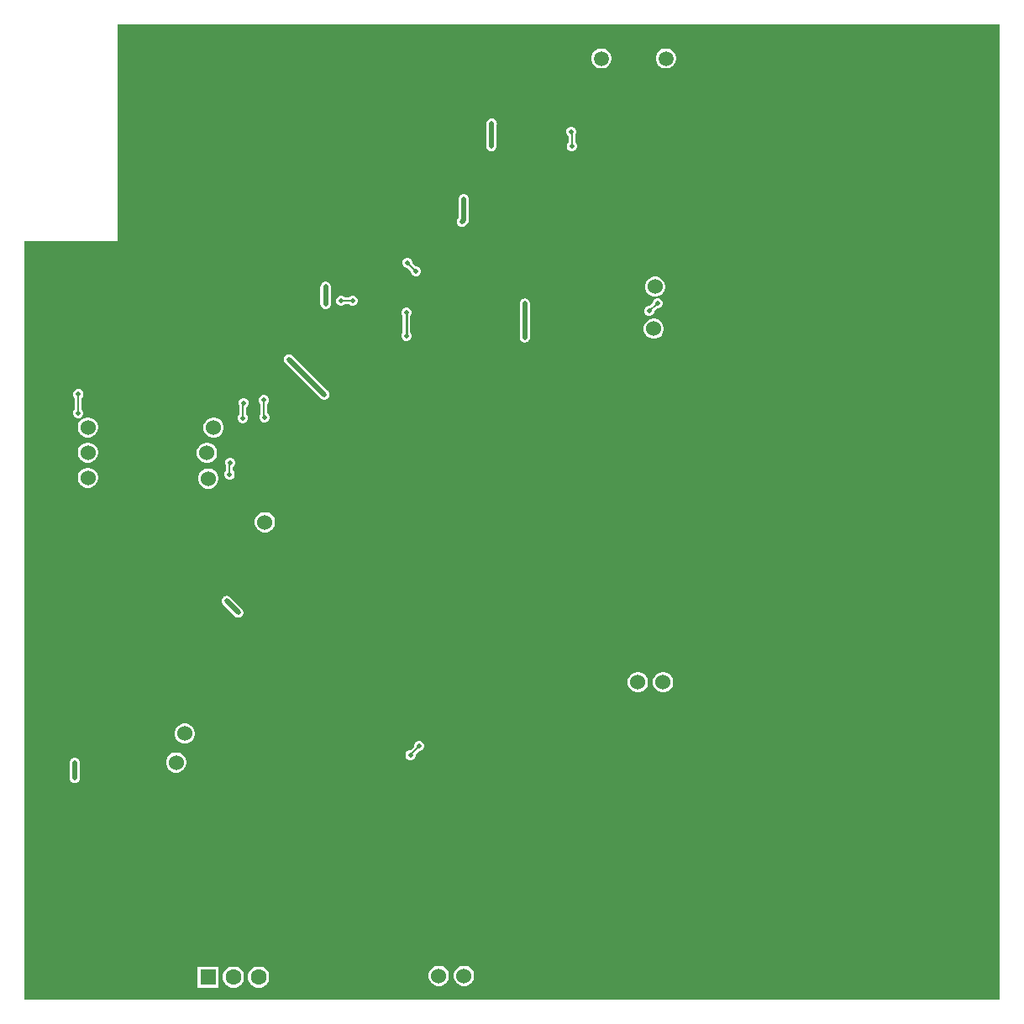
<source format=gbl>
G04*
G04 #@! TF.GenerationSoftware,Altium Limited,Altium Designer,24.1.2 (44)*
G04*
G04 Layer_Physical_Order=2*
G04 Layer_Color=16711680*
%FSLAX44Y44*%
%MOMM*%
G71*
G04*
G04 #@! TF.SameCoordinates,F17E1149-1677-4603-BC53-BAD2445CDC7D*
G04*
G04*
G04 #@! TF.FilePolarity,Positive*
G04*
G01*
G75*
%ADD15C,0.2540*%
%ADD114C,0.1524*%
%ADD115C,0.5080*%
%ADD122C,1.5240*%
%ADD123C,4.5720*%
%ADD124O,1.0000X1.6000*%
%ADD125C,1.5080*%
%ADD126R,1.5080X1.5080*%
%ADD127C,1.6000*%
%ADD128R,1.6000X1.6000*%
%ADD129C,0.5080*%
%ADD130C,1.2700*%
G36*
X986715Y3885D02*
X3885D01*
Y768604D01*
X98044D01*
Y986715D01*
X986715D01*
Y3885D01*
D02*
G37*
%LPC*%
G36*
X651797Y962580D02*
X649143D01*
X646579Y961893D01*
X644280Y960566D01*
X642404Y958689D01*
X641077Y956391D01*
X640390Y953827D01*
Y951173D01*
X641077Y948609D01*
X642404Y946311D01*
X644280Y944434D01*
X646579Y943107D01*
X649143Y942420D01*
X651797D01*
X654360Y943107D01*
X656659Y944434D01*
X658536Y946311D01*
X659863Y948609D01*
X660550Y951173D01*
Y953827D01*
X659863Y956391D01*
X658536Y958689D01*
X656659Y960566D01*
X654360Y961893D01*
X651797Y962580D01*
D02*
G37*
G36*
X586797D02*
X584143D01*
X581579Y961893D01*
X579281Y960566D01*
X577404Y958689D01*
X576077Y956391D01*
X575390Y953827D01*
Y951173D01*
X576077Y948609D01*
X577404Y946311D01*
X579281Y944434D01*
X581579Y943107D01*
X584143Y942420D01*
X586797D01*
X589361Y943107D01*
X591659Y944434D01*
X593536Y946311D01*
X594863Y948609D01*
X595550Y951173D01*
Y953827D01*
X594863Y956391D01*
X593536Y958689D01*
X591659Y960566D01*
X589361Y961893D01*
X586797Y962580D01*
D02*
G37*
G36*
X556255Y883666D02*
X554234D01*
X552366Y882893D01*
X550937Y881464D01*
X550164Y879596D01*
Y877576D01*
X550937Y875708D01*
X552131Y874514D01*
Y867925D01*
X551191Y866986D01*
X550418Y865118D01*
Y863098D01*
X551191Y861230D01*
X552620Y859801D01*
X554487Y859028D01*
X556508D01*
X558376Y859801D01*
X559805Y861230D01*
X560578Y863098D01*
Y865118D01*
X559805Y866986D01*
X558865Y867925D01*
Y875023D01*
X559551Y875708D01*
X560324Y877576D01*
Y879596D01*
X559551Y881464D01*
X558122Y882893D01*
X556255Y883666D01*
D02*
G37*
G36*
X474980Y892148D02*
X474480Y892048D01*
X473969D01*
X473498Y891853D01*
X472998Y891753D01*
X472574Y891470D01*
X472102Y891275D01*
X471742Y890914D01*
X471317Y890630D01*
X470810Y890123D01*
X469687Y888442D01*
X469292Y886460D01*
Y864108D01*
X469392Y863608D01*
Y863098D01*
X469587Y862626D01*
X469687Y862126D01*
X469970Y861702D01*
X470165Y861230D01*
X470526Y860870D01*
X470810Y860445D01*
X471234Y860162D01*
X471594Y859801D01*
X472066Y859606D01*
X472490Y859323D01*
X472990Y859223D01*
X473461Y859028D01*
X473972D01*
X474472Y858929D01*
X474972Y859028D01*
X475482D01*
X475954Y859223D01*
X476454Y859323D01*
X476878Y859606D01*
X477350Y859801D01*
X477710Y860162D01*
X478134Y860445D01*
X478418Y860870D01*
X478779Y861230D01*
X478974Y861702D01*
X479257Y862126D01*
X479357Y862626D01*
X479552Y863098D01*
Y863608D01*
X479651Y864108D01*
Y884816D01*
X479765Y884986D01*
X479865Y885486D01*
X480060Y885957D01*
Y886468D01*
X480159Y886968D01*
X480060Y887468D01*
Y887979D01*
X479865Y888450D01*
X479765Y888950D01*
X479482Y889374D01*
X479287Y889846D01*
X478926Y890206D01*
X478643Y890630D01*
X478218Y890914D01*
X477858Y891275D01*
X477386Y891470D01*
X476962Y891753D01*
X476462Y891853D01*
X475990Y892048D01*
X475480D01*
X474980Y892148D01*
D02*
G37*
G36*
X446786Y815947D02*
X446286Y815848D01*
X445775D01*
X445304Y815653D01*
X444804Y815553D01*
X444380Y815270D01*
X443908Y815075D01*
X443548Y814714D01*
X443124Y814430D01*
X442840Y814006D01*
X442479Y813646D01*
X442284Y813174D01*
X442001Y812750D01*
X441901Y812250D01*
X441706Y811778D01*
Y811268D01*
X441606Y810768D01*
Y792085D01*
X441091Y791571D01*
X440808Y791146D01*
X440447Y790786D01*
X440252Y790314D01*
X439969Y789890D01*
X439869Y789390D01*
X439674Y788919D01*
Y788408D01*
X439575Y787908D01*
X439674Y787408D01*
Y786898D01*
X439869Y786426D01*
X439969Y785926D01*
X440252Y785502D01*
X440447Y785030D01*
X440808Y784670D01*
X441091Y784246D01*
X441516Y783962D01*
X441876Y783601D01*
X442348Y783406D01*
X442772Y783123D01*
X443272Y783023D01*
X443744Y782828D01*
X444254D01*
X444754Y782729D01*
X445254Y782828D01*
X445765D01*
X446236Y783023D01*
X446736Y783123D01*
X447160Y783406D01*
X447632Y783601D01*
X447992Y783962D01*
X448416Y784246D01*
X450448Y786277D01*
X451571Y787958D01*
X451965Y789940D01*
Y810768D01*
X451866Y811268D01*
Y811778D01*
X451671Y812250D01*
X451571Y812750D01*
X451288Y813174D01*
X451093Y813646D01*
X450732Y814006D01*
X450448Y814430D01*
X450024Y814714D01*
X449664Y815075D01*
X449192Y815270D01*
X448768Y815553D01*
X448268Y815653D01*
X447797Y815848D01*
X447286D01*
X446786Y815947D01*
D02*
G37*
G36*
X390900Y751586D02*
X388880D01*
X387012Y750813D01*
X385583Y749384D01*
X384810Y747516D01*
Y745496D01*
X385583Y743628D01*
X387012Y742199D01*
X388880Y741426D01*
X390331D01*
X393568Y738189D01*
Y736982D01*
X394342Y735115D01*
X395771Y733686D01*
X397638Y732912D01*
X399659D01*
X401526Y733686D01*
X402955Y735115D01*
X403728Y736982D01*
Y739003D01*
X402955Y740870D01*
X401526Y742299D01*
X399659Y743072D01*
X398207D01*
X394970Y746310D01*
Y747516D01*
X394197Y749384D01*
X392768Y750813D01*
X390900Y751586D01*
D02*
G37*
G36*
X640952Y732705D02*
X638277D01*
X635693Y732013D01*
X633376Y730675D01*
X631484Y728784D01*
X630147Y726467D01*
X629454Y723883D01*
Y721208D01*
X630147Y718624D01*
X631484Y716307D01*
X633376Y714415D01*
X635693Y713078D01*
X638277Y712385D01*
X640952D01*
X643536Y713078D01*
X645853Y714415D01*
X647744Y716307D01*
X649082Y718624D01*
X649774Y721208D01*
Y723883D01*
X649082Y726467D01*
X647744Y728784D01*
X645853Y730675D01*
X643536Y732013D01*
X640952Y732705D01*
D02*
G37*
G36*
X335783Y713446D02*
X333761D01*
X331894Y712672D01*
X330643Y711421D01*
X327011D01*
X325966Y712466D01*
X324099Y713240D01*
X322077D01*
X320210Y712466D01*
X318781Y711037D01*
X318008Y709170D01*
Y707149D01*
X318781Y705282D01*
X320210Y703853D01*
X322077Y703080D01*
X324099D01*
X325966Y703853D01*
X326800Y704687D01*
X331266D01*
X331894Y704059D01*
X333761Y703286D01*
X335783D01*
X337650Y704059D01*
X339079Y705488D01*
X339852Y707355D01*
Y709376D01*
X339079Y711243D01*
X337650Y712672D01*
X335783Y713446D01*
D02*
G37*
G36*
X307472Y727555D02*
X306972Y727456D01*
X306462D01*
X305990Y727261D01*
X305490Y727161D01*
X305066Y726878D01*
X304594Y726683D01*
X304234Y726322D01*
X303810Y726039D01*
X303526Y725614D01*
X303165Y725254D01*
X302970Y724782D01*
X302687Y724358D01*
X302587Y723858D01*
X302392Y723387D01*
Y722876D01*
X302292Y722376D01*
Y705226D01*
X302514Y704112D01*
Y704093D01*
X302521Y704076D01*
X302687Y703244D01*
X303158Y702538D01*
X303287Y702226D01*
X303526Y701988D01*
X303810Y701563D01*
X303932Y701441D01*
X304356Y701158D01*
X304716Y700797D01*
X305188Y700602D01*
X305612Y700319D01*
X306112Y700219D01*
X306583Y700024D01*
X307094D01*
X307594Y699924D01*
X308094Y700024D01*
X308605D01*
X309076Y700219D01*
X309576Y700319D01*
X310000Y700602D01*
X310472Y700797D01*
X310832Y701158D01*
X311257Y701441D01*
X311540Y701866D01*
X311901Y702226D01*
X312096Y702698D01*
X312379Y703122D01*
X312479Y703622D01*
X312674Y704093D01*
Y704604D01*
X312773Y705104D01*
X312674Y705604D01*
Y706115D01*
X312652Y706169D01*
Y722376D01*
X312552Y722876D01*
Y723387D01*
X312357Y723858D01*
X312257Y724358D01*
X311974Y724782D01*
X311779Y725254D01*
X311418Y725614D01*
X311134Y726039D01*
X310710Y726322D01*
X310350Y726683D01*
X309878Y726878D01*
X309454Y727161D01*
X308954Y727261D01*
X308482Y727456D01*
X307972D01*
X307472Y727555D01*
D02*
G37*
G36*
X643056Y710880D02*
X641035D01*
X639168Y710106D01*
X637739Y708677D01*
X636965Y706810D01*
Y705735D01*
X634102Y702872D01*
X632519D01*
X630652Y702098D01*
X629223Y700669D01*
X628450Y698802D01*
Y696781D01*
X629223Y694914D01*
X630652Y693485D01*
X632519Y692712D01*
X634540D01*
X636407Y693485D01*
X637836Y694914D01*
X638610Y696781D01*
Y697856D01*
X641473Y700720D01*
X643056D01*
X644923Y701493D01*
X646352Y702922D01*
X647125Y704789D01*
Y706810D01*
X646352Y708677D01*
X644923Y710106D01*
X643056Y710880D01*
D02*
G37*
G36*
X639513Y690245D02*
X636837D01*
X634253Y689553D01*
X631937Y688215D01*
X630045Y686323D01*
X628707Y684007D01*
X628015Y681423D01*
Y678747D01*
X628707Y676163D01*
X630045Y673847D01*
X631937Y671955D01*
X634253Y670617D01*
X636837Y669925D01*
X639513D01*
X642097Y670617D01*
X644413Y671955D01*
X646305Y673847D01*
X647643Y676163D01*
X648335Y678747D01*
Y681423D01*
X647643Y684007D01*
X646305Y686323D01*
X644413Y688215D01*
X642097Y689553D01*
X639513Y690245D01*
D02*
G37*
G36*
X389895Y701283D02*
X387874D01*
X386007Y700510D01*
X384578Y699081D01*
X383805Y697214D01*
Y695193D01*
X384578Y693326D01*
X384995Y692909D01*
Y676151D01*
X384567Y675724D01*
X383794Y673857D01*
Y671835D01*
X384567Y669968D01*
X385996Y668539D01*
X387864Y667766D01*
X389884D01*
X391752Y668539D01*
X393181Y669968D01*
X393954Y671835D01*
Y673857D01*
X393181Y675724D01*
X392764Y676140D01*
Y692899D01*
X393191Y693326D01*
X393965Y695193D01*
Y697214D01*
X393191Y699081D01*
X391762Y700510D01*
X389895Y701283D01*
D02*
G37*
G36*
X508254Y710537D02*
X507754Y710438D01*
X507243D01*
X506772Y710243D01*
X506272Y710143D01*
X505848Y709860D01*
X505376Y709665D01*
X505016Y709304D01*
X504591Y709020D01*
X504308Y708596D01*
X503947Y708236D01*
X503752Y707764D01*
X503469Y707340D01*
X503369Y706840D01*
X503174Y706368D01*
Y705858D01*
X503074Y705358D01*
Y671322D01*
X503174Y670822D01*
Y670312D01*
X503369Y669840D01*
X503469Y669340D01*
X503752Y668916D01*
X503947Y668444D01*
X504308Y668084D01*
X504591Y667660D01*
X505016Y667376D01*
X505376Y667015D01*
X505848Y666820D01*
X506272Y666537D01*
X506772Y666437D01*
X507243Y666242D01*
X507754D01*
X508254Y666143D01*
X508754Y666242D01*
X509264D01*
X509736Y666437D01*
X510236Y666537D01*
X510660Y666820D01*
X511132Y667015D01*
X511492Y667376D01*
X511917Y667660D01*
X512200Y668084D01*
X512561Y668444D01*
X512756Y668916D01*
X513039Y669340D01*
X513139Y669840D01*
X513334Y670312D01*
Y670822D01*
X513433Y671322D01*
Y705358D01*
X513334Y705858D01*
Y706368D01*
X513139Y706840D01*
X513039Y707340D01*
X512756Y707764D01*
X512561Y708236D01*
X512200Y708596D01*
X511917Y709020D01*
X511492Y709304D01*
X511132Y709665D01*
X510660Y709860D01*
X510236Y710143D01*
X509736Y710243D01*
X509264Y710438D01*
X508754D01*
X508254Y710537D01*
D02*
G37*
G36*
X270443Y654470D02*
X269943Y654371D01*
X269433D01*
X268961Y654176D01*
X268461Y654076D01*
X268037Y653793D01*
X267565Y653597D01*
X267205Y653237D01*
X266781Y652953D01*
X266497Y652529D01*
X266136Y652169D01*
X265941Y651697D01*
X265658Y651273D01*
X265558Y650773D01*
X265363Y650301D01*
Y649791D01*
X265264Y649291D01*
Y649282D01*
X265363Y648781D01*
Y648280D01*
X265555Y647818D01*
X265658Y647299D01*
X265951Y646860D01*
X266136Y646413D01*
X266479Y646071D01*
X266781Y645619D01*
X302282Y610118D01*
X303962Y608995D01*
X305944Y608601D01*
X305944Y608601D01*
X306462D01*
X306962Y608700D01*
X307472D01*
X307943Y608896D01*
X308444Y608995D01*
X308868Y609279D01*
X309339Y609474D01*
X309700Y609835D01*
X310124Y610118D01*
X310408Y610542D01*
X310768Y610903D01*
X310963Y611374D01*
X311247Y611798D01*
X311346Y612299D01*
X311542Y612770D01*
Y613280D01*
X311641Y613780D01*
X311542Y614281D01*
Y614791D01*
X311346Y615262D01*
X311247Y615762D01*
X310963Y616187D01*
X310768Y616658D01*
X310408Y617019D01*
X310124Y617443D01*
X309700Y617726D01*
X309339Y618087D01*
X308868Y618282D01*
X308565Y618485D01*
X274124Y652925D01*
X274105Y652953D01*
X273681Y653237D01*
X273321Y653597D01*
X272849Y653793D01*
X272425Y654076D01*
X271925Y654176D01*
X271453Y654371D01*
X270943D01*
X270443Y654470D01*
D02*
G37*
G36*
X59430Y618998D02*
X57410D01*
X55542Y618225D01*
X54113Y616796D01*
X53340Y614929D01*
Y612907D01*
X54113Y611040D01*
X55031Y610123D01*
Y598813D01*
X54069Y597851D01*
X53295Y595984D01*
Y593963D01*
X54069Y592096D01*
X55498Y590667D01*
X57365Y589893D01*
X59386D01*
X61253Y590667D01*
X62682Y592096D01*
X63455Y593963D01*
Y595984D01*
X62682Y597851D01*
X61764Y598769D01*
Y610078D01*
X62727Y611040D01*
X63500Y612907D01*
Y614929D01*
X62727Y616796D01*
X61298Y618225D01*
X59430Y618998D01*
D02*
G37*
G36*
X246374Y613156D02*
X244354D01*
X242486Y612383D01*
X241057Y610954D01*
X240284Y609086D01*
Y607066D01*
X241057Y605198D01*
X241997Y604258D01*
Y594226D01*
X241453Y593682D01*
X240679Y591814D01*
Y589794D01*
X241453Y587926D01*
X242882Y586497D01*
X244749Y585724D01*
X246770D01*
X248637Y586497D01*
X250066Y587926D01*
X250839Y589794D01*
Y591814D01*
X250066Y593682D01*
X248731Y595017D01*
Y604258D01*
X249671Y605198D01*
X250444Y607066D01*
Y609086D01*
X249671Y610954D01*
X248242Y612383D01*
X246374Y613156D01*
D02*
G37*
G36*
X225800Y610362D02*
X223780D01*
X221912Y609589D01*
X220483Y608160D01*
X219710Y606292D01*
Y604272D01*
X220483Y602404D01*
X220896Y601992D01*
Y594095D01*
X219721Y592920D01*
X218948Y591053D01*
Y589031D01*
X219721Y587164D01*
X221150Y585735D01*
X223018Y584962D01*
X225039D01*
X226906Y585735D01*
X228335Y587164D01*
X229108Y589031D01*
Y591053D01*
X228335Y592920D01*
X227630Y593625D01*
Y600960D01*
X227668Y600975D01*
X229097Y602404D01*
X229870Y604272D01*
Y606292D01*
X229097Y608160D01*
X227668Y609589D01*
X225800Y610362D01*
D02*
G37*
G36*
X69156Y590804D02*
X66480D01*
X63896Y590112D01*
X61580Y588774D01*
X59688Y586882D01*
X58350Y584566D01*
X57658Y581982D01*
Y579306D01*
X58350Y576722D01*
X59688Y574406D01*
X61580Y572514D01*
X63896Y571176D01*
X66480Y570484D01*
X69156D01*
X71740Y571176D01*
X74056Y572514D01*
X75948Y574406D01*
X77286Y576722D01*
X77978Y579306D01*
Y581982D01*
X77286Y584566D01*
X75948Y586882D01*
X74056Y588774D01*
X71740Y590112D01*
X69156Y590804D01*
D02*
G37*
G36*
X195902Y590550D02*
X193226D01*
X190642Y589858D01*
X188326Y588520D01*
X186434Y586628D01*
X185096Y584312D01*
X184404Y581728D01*
Y579052D01*
X185096Y576468D01*
X186434Y574152D01*
X188326Y572260D01*
X190642Y570922D01*
X193226Y570230D01*
X195902D01*
X198486Y570922D01*
X200802Y572260D01*
X202694Y574152D01*
X204032Y576468D01*
X204724Y579052D01*
Y581728D01*
X204032Y584312D01*
X202694Y586628D01*
X200802Y588520D01*
X198486Y589858D01*
X195902Y590550D01*
D02*
G37*
G36*
X69156Y565404D02*
X66480D01*
X63896Y564712D01*
X61580Y563374D01*
X59688Y561482D01*
X58350Y559166D01*
X57658Y556582D01*
Y553906D01*
X58350Y551322D01*
X59688Y549006D01*
X61580Y547114D01*
X63896Y545776D01*
X66480Y545084D01*
X69156D01*
X71740Y545776D01*
X74056Y547114D01*
X75948Y549006D01*
X77286Y551322D01*
X77978Y553906D01*
Y556582D01*
X77286Y559166D01*
X75948Y561482D01*
X74056Y563374D01*
X71740Y564712D01*
X69156Y565404D01*
D02*
G37*
G36*
X189298Y565150D02*
X186622D01*
X184038Y564458D01*
X181722Y563120D01*
X179830Y561228D01*
X178492Y558912D01*
X177800Y556328D01*
Y553652D01*
X178492Y551068D01*
X179830Y548752D01*
X181722Y546860D01*
X184038Y545522D01*
X186622Y544830D01*
X189298D01*
X191882Y545522D01*
X194198Y546860D01*
X196090Y548752D01*
X197428Y551068D01*
X198120Y553652D01*
Y556328D01*
X197428Y558912D01*
X196090Y561228D01*
X194198Y563120D01*
X191882Y564458D01*
X189298Y565150D01*
D02*
G37*
G36*
X212106Y550206D02*
X210085D01*
X208218Y549433D01*
X206789Y548004D01*
X206015Y546137D01*
Y544116D01*
X206789Y542249D01*
X207291Y541746D01*
Y536865D01*
X206513Y536087D01*
X205740Y534220D01*
Y532199D01*
X206513Y530332D01*
X207942Y528903D01*
X209809Y528130D01*
X211831D01*
X213698Y528903D01*
X215127Y530332D01*
X215900Y532199D01*
Y534220D01*
X215127Y536087D01*
X214025Y537189D01*
Y540872D01*
X215402Y542249D01*
X216175Y544116D01*
Y546137D01*
X215402Y548004D01*
X213973Y549433D01*
X212106Y550206D01*
D02*
G37*
G36*
X69156Y540004D02*
X66480D01*
X63896Y539312D01*
X61580Y537974D01*
X59688Y536082D01*
X58350Y533766D01*
X57658Y531182D01*
Y528506D01*
X58350Y525922D01*
X59688Y523606D01*
X61580Y521714D01*
X63896Y520376D01*
X66480Y519684D01*
X69156D01*
X71740Y520376D01*
X74056Y521714D01*
X75948Y523606D01*
X77286Y525922D01*
X77978Y528506D01*
Y531182D01*
X77286Y533766D01*
X75948Y536082D01*
X74056Y537974D01*
X71740Y539312D01*
X69156Y540004D01*
D02*
G37*
G36*
X190568Y539242D02*
X187892D01*
X185308Y538550D01*
X182992Y537212D01*
X181100Y535320D01*
X179762Y533004D01*
X179070Y530420D01*
Y527744D01*
X179762Y525160D01*
X181100Y522844D01*
X182992Y520952D01*
X185308Y519614D01*
X187892Y518922D01*
X190568D01*
X193152Y519614D01*
X195468Y520952D01*
X197360Y522844D01*
X198698Y525160D01*
X199390Y527744D01*
Y530420D01*
X198698Y533004D01*
X197360Y535320D01*
X195468Y537212D01*
X193152Y538550D01*
X190568Y539242D01*
D02*
G37*
G36*
X247718Y495300D02*
X245042D01*
X242458Y494608D01*
X240142Y493270D01*
X238250Y491378D01*
X236912Y489062D01*
X236220Y486478D01*
Y483802D01*
X236912Y481218D01*
X238250Y478902D01*
X240142Y477010D01*
X242458Y475672D01*
X245042Y474980D01*
X247718D01*
X250302Y475672D01*
X252618Y477010D01*
X254510Y478902D01*
X255848Y481218D01*
X256540Y483802D01*
Y486478D01*
X255848Y489062D01*
X254510Y491378D01*
X252618Y493270D01*
X250302Y494608D01*
X247718Y495300D01*
D02*
G37*
G36*
X207769Y410821D02*
X207269Y410721D01*
X206758D01*
X206287Y410526D01*
X205787Y410426D01*
X205363Y410143D01*
X204891Y409948D01*
X204531Y409587D01*
X204106Y409304D01*
X203823Y408879D01*
X203462Y408519D01*
X203267Y408047D01*
X202984Y407623D01*
X202884Y407123D01*
X202689Y406651D01*
Y406141D01*
X202589Y405641D01*
Y405641D01*
X202689Y405141D01*
Y404631D01*
X202884Y404159D01*
X202984Y403659D01*
X203267Y403235D01*
X203462Y402763D01*
X203823Y402403D01*
X204106Y401979D01*
X215748Y390337D01*
X216172Y390054D01*
X216533Y389693D01*
X217004Y389498D01*
X217428Y389215D01*
X217929Y389115D01*
X218400Y388920D01*
X218910D01*
X219410Y388820D01*
X219911Y388920D01*
X220421D01*
X220892Y389115D01*
X221392Y389215D01*
X221817Y389498D01*
X222288Y389693D01*
X222649Y390054D01*
X223073Y390337D01*
X223356Y390761D01*
X223717Y391122D01*
X223912Y391594D01*
X224195Y392018D01*
X224295Y392518D01*
X224490Y392989D01*
Y393499D01*
X224590Y394000D01*
X224490Y394500D01*
Y395010D01*
X224295Y395481D01*
X224195Y395982D01*
X223912Y396406D01*
X223717Y396877D01*
X223356Y397238D01*
X223073Y397662D01*
X211432Y409304D01*
X211431Y409304D01*
X211007Y409587D01*
X210646Y409948D01*
X210175Y410143D01*
X209751Y410426D01*
X209251Y410526D01*
X208779Y410721D01*
X208269D01*
X207769Y410821D01*
D02*
G37*
G36*
X649038Y334010D02*
X646362D01*
X643778Y333318D01*
X641462Y331980D01*
X639570Y330088D01*
X638232Y327772D01*
X637540Y325188D01*
Y322512D01*
X638232Y319928D01*
X639570Y317612D01*
X641462Y315720D01*
X643778Y314382D01*
X646362Y313690D01*
X649038D01*
X651622Y314382D01*
X653938Y315720D01*
X655830Y317612D01*
X657168Y319928D01*
X657860Y322512D01*
Y325188D01*
X657168Y327772D01*
X655830Y330088D01*
X653938Y331980D01*
X651622Y333318D01*
X649038Y334010D01*
D02*
G37*
G36*
X623638D02*
X620962D01*
X618378Y333318D01*
X616062Y331980D01*
X614170Y330088D01*
X612832Y327772D01*
X612140Y325188D01*
Y322512D01*
X612832Y319928D01*
X614170Y317612D01*
X616062Y315720D01*
X618378Y314382D01*
X620962Y313690D01*
X623638D01*
X626222Y314382D01*
X628538Y315720D01*
X630430Y317612D01*
X631768Y319928D01*
X632460Y322512D01*
Y325188D01*
X631768Y327772D01*
X630430Y330088D01*
X628538Y331980D01*
X626222Y333318D01*
X623638Y334010D01*
D02*
G37*
G36*
X166946Y282194D02*
X164270D01*
X161686Y281502D01*
X159370Y280164D01*
X157478Y278272D01*
X156140Y275956D01*
X155448Y273372D01*
Y270696D01*
X156140Y268112D01*
X157478Y265796D01*
X159370Y263904D01*
X161686Y262566D01*
X164270Y261874D01*
X166946D01*
X169530Y262566D01*
X171846Y263904D01*
X173738Y265796D01*
X175076Y268112D01*
X175768Y270696D01*
Y273372D01*
X175076Y275956D01*
X173738Y278272D01*
X171846Y280164D01*
X169530Y281502D01*
X166946Y282194D01*
D02*
G37*
G36*
X402584Y264668D02*
X400564D01*
X398696Y263895D01*
X397267Y262466D01*
X396494Y260599D01*
Y259015D01*
X393003Y255524D01*
X391927D01*
X390060Y254751D01*
X388631Y253322D01*
X387858Y251455D01*
Y249433D01*
X388631Y247566D01*
X390060Y246137D01*
X391927Y245364D01*
X393949D01*
X395816Y246137D01*
X397245Y247566D01*
X398018Y249433D01*
Y251017D01*
X401509Y254508D01*
X402584D01*
X404452Y255281D01*
X405881Y256710D01*
X406654Y258577D01*
Y260599D01*
X405881Y262466D01*
X404452Y263895D01*
X402584Y264668D01*
D02*
G37*
G36*
X158312Y253185D02*
X155637D01*
X153053Y252492D01*
X150736Y251155D01*
X148844Y249263D01*
X147507Y246946D01*
X146814Y244362D01*
Y241687D01*
X147507Y239103D01*
X148844Y236786D01*
X150736Y234895D01*
X153053Y233557D01*
X155637Y232865D01*
X158312D01*
X160896Y233557D01*
X163213Y234895D01*
X165105Y236786D01*
X166442Y239103D01*
X167134Y241687D01*
Y244362D01*
X166442Y246946D01*
X165105Y249263D01*
X163213Y251155D01*
X160896Y252492D01*
X158312Y253185D01*
D02*
G37*
G36*
X54610Y247723D02*
X54110Y247623D01*
X53600D01*
X53128Y247428D01*
X52628Y247328D01*
X52204Y247045D01*
X51732Y246850D01*
X51372Y246489D01*
X50947Y246206D01*
X50664Y245781D01*
X50303Y245421D01*
X50108Y244949D01*
X49825Y244525D01*
X49725Y244025D01*
X49530Y243554D01*
Y243043D01*
X49430Y242543D01*
Y227076D01*
X49530Y226576D01*
Y226066D01*
X49725Y225594D01*
X49825Y225094D01*
X50108Y224670D01*
X50303Y224198D01*
X50664Y223838D01*
X50947Y223414D01*
X51372Y223130D01*
X51732Y222769D01*
X52204Y222574D01*
X52628Y222291D01*
X53128Y222191D01*
X53600Y221996D01*
X54110D01*
X54610Y221896D01*
X55110Y221996D01*
X55620D01*
X56092Y222191D01*
X56592Y222291D01*
X57016Y222574D01*
X57488Y222769D01*
X57848Y223130D01*
X58273Y223414D01*
X58556Y223838D01*
X58917Y224198D01*
X59112Y224670D01*
X59395Y225094D01*
X59495Y225594D01*
X59690Y226066D01*
Y226576D01*
X59790Y227076D01*
Y242543D01*
X59690Y243043D01*
Y243554D01*
X59495Y244025D01*
X59395Y244525D01*
X59112Y244949D01*
X58917Y245421D01*
X58556Y245781D01*
X58273Y246206D01*
X57848Y246489D01*
X57488Y246850D01*
X57016Y247045D01*
X56592Y247328D01*
X56092Y247428D01*
X55620Y247623D01*
X55110D01*
X54610Y247723D01*
D02*
G37*
G36*
X448378Y38100D02*
X445702D01*
X443118Y37408D01*
X440802Y36070D01*
X438910Y34178D01*
X437572Y31862D01*
X436880Y29278D01*
Y26602D01*
X437572Y24018D01*
X438910Y21702D01*
X440802Y19810D01*
X443118Y18472D01*
X445702Y17780D01*
X448378D01*
X450962Y18472D01*
X453278Y19810D01*
X455170Y21702D01*
X456508Y24018D01*
X457200Y26602D01*
Y29278D01*
X456508Y31862D01*
X455170Y34178D01*
X453278Y36070D01*
X450962Y37408D01*
X448378Y38100D01*
D02*
G37*
G36*
X422978D02*
X420302D01*
X417718Y37408D01*
X415402Y36070D01*
X413510Y34178D01*
X412172Y31862D01*
X411480Y29278D01*
Y26602D01*
X412172Y24018D01*
X413510Y21702D01*
X415402Y19810D01*
X417718Y18472D01*
X420302Y17780D01*
X422978D01*
X425562Y18472D01*
X427878Y19810D01*
X429770Y21702D01*
X431108Y24018D01*
X431800Y26602D01*
Y29278D01*
X431108Y31862D01*
X429770Y34178D01*
X427878Y36070D01*
X425562Y37408D01*
X422978Y38100D01*
D02*
G37*
G36*
X241418Y37210D02*
X238642D01*
X235962Y36492D01*
X233558Y35104D01*
X231596Y33142D01*
X230208Y30738D01*
X229490Y28058D01*
Y25282D01*
X230208Y22602D01*
X231596Y20198D01*
X233558Y18236D01*
X235962Y16848D01*
X238642Y16130D01*
X241418D01*
X244098Y16848D01*
X246502Y18236D01*
X248464Y20198D01*
X249852Y22602D01*
X250570Y25282D01*
Y28058D01*
X249852Y30738D01*
X248464Y33142D01*
X246502Y35104D01*
X244098Y36492D01*
X241418Y37210D01*
D02*
G37*
G36*
X216018D02*
X213242D01*
X210562Y36492D01*
X208158Y35104D01*
X206196Y33142D01*
X204808Y30738D01*
X204090Y28058D01*
Y25282D01*
X204808Y22602D01*
X206196Y20198D01*
X208158Y18236D01*
X210562Y16848D01*
X213242Y16130D01*
X216018D01*
X218698Y16848D01*
X221102Y18236D01*
X223064Y20198D01*
X224452Y22602D01*
X225170Y25282D01*
Y28058D01*
X224452Y30738D01*
X223064Y33142D01*
X221102Y35104D01*
X218698Y36492D01*
X216018Y37210D01*
D02*
G37*
G36*
X199770D02*
X178690D01*
Y16130D01*
X199770D01*
Y37210D01*
D02*
G37*
%LPD*%
D15*
X388861Y696180D02*
X388879Y696162D01*
X388874Y672846D02*
X388879Y672851D01*
Y696162D01*
D114*
X398526Y737992D02*
X398648D01*
X389890Y746506D02*
X390012D01*
X398526Y737992D01*
X323194Y708054D02*
X334460D01*
X323088Y708160D02*
X323194Y708054D01*
X334460D02*
X334772Y708366D01*
X388861Y696180D02*
X388885Y696203D01*
X245364Y591199D02*
Y608076D01*
X555244Y878586D02*
X555498Y878332D01*
Y864239D02*
Y878332D01*
X224263Y590277D02*
Y604755D01*
X224028Y590042D02*
X224263Y590277D01*
X210658Y533372D02*
Y544689D01*
Y533372D02*
X210820Y533209D01*
X58398Y613896D02*
X58420Y613918D01*
X58398Y594996D02*
Y613896D01*
X58375Y594973D02*
X58398Y594996D01*
X224263Y604755D02*
X224790Y605282D01*
X245364Y591199D02*
X245759Y590804D01*
X210658Y544689D02*
X211095Y545126D01*
X633530Y697792D02*
X633784D01*
X641111Y705119D02*
X641365D01*
X633784Y697792D02*
X641111Y705119D01*
X641365D02*
X642046Y705799D01*
X392938Y250698D02*
X401574Y259334D01*
X392938Y250444D02*
Y250698D01*
X401574Y259334D02*
Y259588D01*
D115*
X305944Y613780D02*
X306462D01*
X270443Y649282D02*
X305944Y613780D01*
X207769Y405641D02*
X219410Y394000D01*
X207769Y405641D02*
Y405641D01*
X270443Y649282D02*
Y649291D01*
X474472Y864108D02*
Y886460D01*
X474980Y886968D01*
X307472Y705226D02*
Y722376D01*
Y705226D02*
X307594Y705104D01*
X508254Y671322D02*
Y705358D01*
X54610Y227076D02*
Y242543D01*
X446786Y789940D02*
Y810768D01*
X444754Y787908D02*
X446786Y789940D01*
D122*
X638175Y680085D02*
D03*
X165608Y272034D02*
D03*
X246380Y485140D02*
D03*
X67818Y580644D02*
D03*
Y555244D02*
D03*
Y529844D02*
D03*
X156974Y243025D02*
D03*
X189230Y529082D02*
D03*
X194564Y580390D02*
D03*
X187960Y554990D02*
D03*
X639614Y722545D02*
D03*
X622300Y323850D02*
D03*
X647700D02*
D03*
X421640Y27940D02*
D03*
X447040D02*
D03*
D123*
X939800Y50800D02*
D03*
X502920Y934212D02*
D03*
Y460248D02*
D03*
X256286Y123444D02*
D03*
D124*
X565364Y56542D02*
D03*
Y18542D02*
D03*
X651764D02*
D03*
Y56542D02*
D03*
D125*
X585470Y952500D02*
D03*
X650470D02*
D03*
X585470Y907500D02*
D03*
D126*
X650470D02*
D03*
D127*
X240030Y26670D02*
D03*
X214630D02*
D03*
D128*
X189230D02*
D03*
D129*
X388874Y672846D02*
D03*
X389890Y746506D02*
D03*
X274387Y631458D02*
D03*
X286920Y643990D02*
D03*
X323088Y708160D02*
D03*
X334772Y708366D02*
D03*
X398648Y737992D02*
D03*
X287468Y618550D02*
D03*
X299709Y630792D02*
D03*
X306462Y613780D02*
D03*
X388885Y696203D02*
D03*
X245364Y608076D02*
D03*
X555244Y878586D02*
D03*
X555498Y864108D02*
D03*
X219410Y394000D02*
D03*
X207769Y405641D02*
D03*
X224028Y590042D02*
D03*
X210820Y533209D02*
D03*
X532420Y821451D02*
D03*
X489113Y821317D02*
D03*
X500376Y686246D02*
D03*
X518414D02*
D03*
X388690Y917036D02*
D03*
X474980Y886968D02*
D03*
X474472Y864108D02*
D03*
X677672Y932688D02*
D03*
X307594Y705104D02*
D03*
X270443Y649291D02*
D03*
X58420Y613918D02*
D03*
X58375Y594973D02*
D03*
X444119Y701167D02*
D03*
X427228Y712978D02*
D03*
X224790Y605282D02*
D03*
X245759Y590804D02*
D03*
X25146Y271526D02*
D03*
X54610Y227076D02*
D03*
X176784Y850900D02*
D03*
X265684Y814578D02*
D03*
X37084Y766064D02*
D03*
X342392Y828909D02*
D03*
X240284Y850900D02*
D03*
X138684Y863600D02*
D03*
X113284Y801878D02*
D03*
X37084Y753364D02*
D03*
X138684Y876300D02*
D03*
X125984Y738378D02*
D03*
X291084Y850900D02*
D03*
X125984Y939800D02*
D03*
X62484Y766064D02*
D03*
X100584Y952500D02*
D03*
X125984Y965200D02*
D03*
Y901700D02*
D03*
X113284Y965200D02*
D03*
X11684Y766064D02*
D03*
X278638Y828909D02*
D03*
X189484Y801878D02*
D03*
X100584Y751078D02*
D03*
X125984Y977900D02*
D03*
X113284Y901700D02*
D03*
Y814070D02*
D03*
X202438Y828909D02*
D03*
X138684Y801878D02*
D03*
X125984Y863600D02*
D03*
X227584Y801878D02*
D03*
X138684Y814070D02*
D03*
X176784Y838200D02*
D03*
X215138Y828909D02*
D03*
X100584Y914400D02*
D03*
X151384Y850900D02*
D03*
X113284Y838200D02*
D03*
X265938Y828909D02*
D03*
X125984Y850900D02*
D03*
X138684Y939800D02*
D03*
X214884Y850900D02*
D03*
X100584Y927100D02*
D03*
X138684Y850900D02*
D03*
X100584Y965200D02*
D03*
X138684Y838200D02*
D03*
X316738D02*
D03*
X164084Y850900D02*
D03*
X278384Y838200D02*
D03*
X316738Y814578D02*
D03*
X138684Y776478D02*
D03*
X125984Y927100D02*
D03*
X189484Y838200D02*
D03*
X138684Y889000D02*
D03*
X24384Y740664D02*
D03*
X113284Y763778D02*
D03*
X87884Y753364D02*
D03*
X138684Y725678D02*
D03*
X100584Y863600D02*
D03*
X113284Y952500D02*
D03*
X189484Y814578D02*
D03*
X278384Y801878D02*
D03*
X163830Y838200D02*
D03*
X87884Y727964D02*
D03*
X75184Y753364D02*
D03*
X100584Y780542D02*
D03*
Y801878D02*
D03*
X11684Y727964D02*
D03*
X100584Y772160D02*
D03*
X138684Y789178D02*
D03*
X342138Y850900D02*
D03*
X303784Y814578D02*
D03*
X125984Y952500D02*
D03*
X100584Y939800D02*
D03*
Y901700D02*
D03*
X125984Y814070D02*
D03*
X227584Y838200D02*
D03*
X113284Y789178D02*
D03*
X304038Y838200D02*
D03*
X24384Y753364D02*
D03*
X113284Y876300D02*
D03*
X62484Y740664D02*
D03*
X342138Y838200D02*
D03*
X100584Y725678D02*
D03*
X240538Y828909D02*
D03*
X316992D02*
D03*
X316738Y801878D02*
D03*
X252984Y814578D02*
D03*
X151384D02*
D03*
X227584D02*
D03*
X75184Y740664D02*
D03*
X214884Y814578D02*
D03*
X100584Y838200D02*
D03*
Y977900D02*
D03*
X125984Y789178D02*
D03*
X304038Y801878D02*
D03*
X252984D02*
D03*
X113284Y889000D02*
D03*
Y776478D02*
D03*
X62484Y753364D02*
D03*
X37084Y727964D02*
D03*
X138684Y829335D02*
D03*
X176784Y814578D02*
D03*
X113284Y850900D02*
D03*
Y927100D02*
D03*
X329438Y838200D02*
D03*
X214884D02*
D03*
X113284Y829437D02*
D03*
X329692Y828909D02*
D03*
X265684Y850900D02*
D03*
X100584Y876300D02*
D03*
X329438Y801878D02*
D03*
X87884Y766064D02*
D03*
X11684Y740664D02*
D03*
X138684Y927100D02*
D03*
X100584Y831850D02*
D03*
X113284Y977900D02*
D03*
X138684Y763778D02*
D03*
X176784Y801878D02*
D03*
X125984Y876300D02*
D03*
X113284Y939800D02*
D03*
X100584Y738378D02*
D03*
X125984Y829437D02*
D03*
X49784Y766064D02*
D03*
Y740664D02*
D03*
X100584Y889000D02*
D03*
X240284Y814578D02*
D03*
X100584Y763778D02*
D03*
X138684Y738378D02*
D03*
X75184Y727964D02*
D03*
X11684Y753364D02*
D03*
X138684Y977900D02*
D03*
X125984Y801878D02*
D03*
X316738Y850900D02*
D03*
X62484Y727964D02*
D03*
X329438Y850900D02*
D03*
X304038D02*
D03*
X214884Y801878D02*
D03*
X189484Y850900D02*
D03*
X37084Y740664D02*
D03*
X75184Y766064D02*
D03*
X265684Y838200D02*
D03*
X227584Y850900D02*
D03*
X125984Y838200D02*
D03*
Y751078D02*
D03*
X291084Y838200D02*
D03*
X202184Y801878D02*
D03*
Y814578D02*
D03*
X125984Y763778D02*
D03*
X113284Y738378D02*
D03*
X202184Y850900D02*
D03*
X252984D02*
D03*
X151384Y801878D02*
D03*
X329438Y814578D02*
D03*
X87884Y740664D02*
D03*
X240284Y801878D02*
D03*
X291084Y814578D02*
D03*
X125984Y776478D02*
D03*
X113284Y725678D02*
D03*
X252984Y838200D02*
D03*
X202184D02*
D03*
X240284D02*
D03*
X24384Y766064D02*
D03*
X138684Y901700D02*
D03*
Y914400D02*
D03*
X265684Y801878D02*
D03*
X138684Y751078D02*
D03*
X125984Y725678D02*
D03*
X113284Y863600D02*
D03*
X138684Y952500D02*
D03*
X49784Y753364D02*
D03*
X113284Y914400D02*
D03*
X138684Y965200D02*
D03*
X164084Y814070D02*
D03*
X278384Y814578D02*
D03*
X49784Y727964D02*
D03*
X304292Y828909D02*
D03*
X164084Y829335D02*
D03*
X342138Y814578D02*
D03*
X100584Y811530D02*
D03*
X253238Y828909D02*
D03*
X163830Y801878D02*
D03*
X24384Y727964D02*
D03*
X125984Y914400D02*
D03*
X100584Y850900D02*
D03*
Y789178D02*
D03*
X151384Y838200D02*
D03*
X278384Y850900D02*
D03*
X291084Y801878D02*
D03*
X113284Y751078D02*
D03*
X291338Y828909D02*
D03*
X227838D02*
D03*
X125984Y889000D02*
D03*
X54610Y242543D02*
D03*
X211095Y545126D02*
D03*
X307472Y722376D02*
D03*
X593344Y598932D02*
D03*
X446786Y810768D02*
D03*
X378740Y791988D02*
D03*
Y805155D02*
D03*
Y818321D02*
D03*
Y831488D02*
D03*
X391907Y791988D02*
D03*
Y805155D02*
D03*
Y818321D02*
D03*
Y831488D02*
D03*
X405074Y791988D02*
D03*
Y805155D02*
D03*
Y818321D02*
D03*
Y831488D02*
D03*
X418241Y791988D02*
D03*
Y805155D02*
D03*
Y818321D02*
D03*
Y831488D02*
D03*
X609854Y543052D02*
D03*
X613528Y571156D02*
D03*
X566928Y573786D02*
D03*
X573532Y577850D02*
D03*
X633530Y697792D02*
D03*
X642046Y705799D02*
D03*
X508254Y671322D02*
D03*
X630428Y563118D02*
D03*
X616204Y559308D02*
D03*
X573278Y561594D02*
D03*
X444754Y787908D02*
D03*
X177292Y593344D02*
D03*
X42548Y292100D02*
D03*
X164203Y471155D02*
D03*
X588264Y191008D02*
D03*
X709588Y397422D02*
D03*
X313944Y752856D02*
D03*
X313690Y784860D02*
D03*
X485126Y788170D02*
D03*
X512133Y765810D02*
D03*
X512064Y750570D02*
D03*
X508254Y705358D02*
D03*
X535087Y837319D02*
D03*
X537373Y787912D02*
D03*
X636016Y67818D02*
D03*
X581152Y68072D02*
D03*
X582170Y101600D02*
D03*
X461010Y334428D02*
D03*
X45974Y109220D02*
D03*
X69850Y130556D02*
D03*
Y89154D02*
D03*
X414020Y175768D02*
D03*
X589280Y628650D02*
D03*
X551942Y561594D02*
D03*
X409448Y877570D02*
D03*
X596900Y541782D02*
D03*
X401574Y259588D02*
D03*
X392938Y250444D02*
D03*
X313944Y768604D02*
D03*
X487208Y837199D02*
D03*
X579882Y236728D02*
D03*
X580390Y279908D02*
D03*
X620522Y531368D02*
D03*
X496570Y347472D02*
D03*
X582930Y139700D02*
D03*
X476758Y195486D02*
D03*
X90170Y363728D02*
D03*
X90424Y345694D02*
D03*
X74930Y58420D02*
D03*
X314198Y182880D02*
D03*
X314706Y216154D02*
D03*
X314198Y282448D02*
D03*
X290322Y904494D02*
D03*
Y885444D02*
D03*
X850900Y970280D02*
D03*
X700278Y916178D02*
D03*
X466090Y270640D02*
D03*
Y262890D02*
D03*
X458340D02*
D03*
X466090Y255140D02*
D03*
X473840Y262890D02*
D03*
D130*
X851916Y62484D02*
D03*
M02*

</source>
